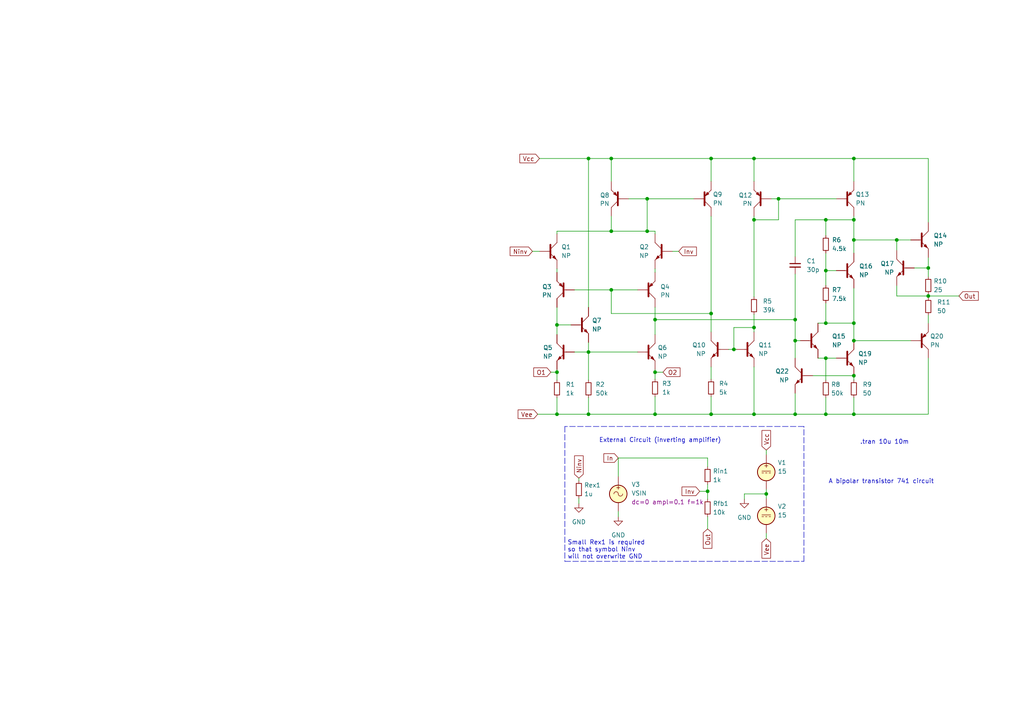
<source format=kicad_sch>
(kicad_sch (version 20231120) (generator "eeschema") (generator_version "8.0")
  (paper "A4")
  (title_block (title "A bipolar transistor 741 circuit") (date "2023-01-04") (comment 1 "Source: https://es.wikipedia.org/wiki/Amplificador_operacional#"))
  (lib_symbols
    (symbol "Device:C_Small" (pin_numbers hide) (pin_names (offset 0.254) hide)
      (property "Reference" "C" (at 0.254 1.778 0))
      (property "Value" "C_Small" (at 0.254 -2.032 0))
      (symbol "C_Small_0_1"
        (polyline (pts (xy -1.524 -0.508) (xy 1.524 -0.508)) (stroke (width 0.3302)))
        (polyline (pts (xy -1.524 0.508) (xy 1.524 0.508)) (stroke (width 0.3048)))
      )
      (symbol "C_Small_1_1"
        (pin passive line (at 0 2.54 270) (length 2.032) (name "~") (number "1"))
        (pin passive line (at 0 -2.54 90) (length 2.032) (name "~") (number "2"))
      )
    )
    (symbol "Device:R_Small" (pin_numbers hide) (pin_names (offset 0.254) hide)
      (property "Reference" "R" (at 0.762 0.508 0))
      (property "Value" "R_Small" (at 0.762 -1.016 0))
      (symbol "R_Small_0_1"
        (rectangle (start -0.762 1.778) (end 0.762 -1.778) (stroke (width 0.2032)))
      )
      (symbol "R_Small_1_1"
        (pin passive line (at 0 2.54 270) (length 0.762) (name "~") (number "1"))
        (pin passive line (at 0 -2.54 90) (length 0.762) (name "~") (number "2"))
      )
    )
    (symbol "Simulation_SPICE:VDC" (pin_numbers hide) (pin_names (offset 0.0254))
      (property "Reference" "V" (at 2.54 2.54 0))
      (property "Value" "VDC" (at 2.54 0 0))
      (property "Spice_Model" "dc(1)" (at 2.54 -2.54 0))
      (symbol "VDC_0_0"
        (polyline (pts (xy -1.27 0.254) (xy 1.27 0.254)))
        (polyline (pts (xy -0.762 -0.254) (xy -1.27 -0.254)))
        (polyline (pts (xy 0.254 -0.254) (xy -0.254 -0.254)))
        (polyline (pts (xy 1.27 -0.254) (xy 0.762 -0.254)))
        (text "+" (at 0 1.905 0) (effects (font (size 1.27 1.27))))
      )
      (symbol "VDC_0_1"
        (circle (center 0 0) (radius 2.54) (stroke (width 0.254)) (fill (type background)))
      )
      (symbol "VDC_1_1"
        (pin passive line (at 0 5.08 270) (length 2.54) (name "~") (number "1"))
        (pin passive line (at 0 -5.08 90) (length 2.54) (name "~") (number "2"))
      )
    )
    (symbol "Simulation_SPICE:VSIN" (pin_numbers hide) (pin_names (offset 0.0254))
      (property "Reference" "V" (at 2.54 2.54 0))
      (property "Value" "VSIN" (at 2.54 0 0))
      (property "Spice_Model" "sin(0 1 1k)" (at 2.54 -2.54 0))
      (symbol "VSIN_0_0"
        (arc (start 0 0) (mid -0.635 0.6323) (end -1.27 0))
        (arc (start 0 0) (mid 0.635 -0.6323) (end 1.27 0))
        (text "+" (at 0 1.905 0) (effects (font (size 1.27 1.27))))
      )
      (symbol "VSIN_0_1"
        (circle (center 0 0) (radius 2.54) (stroke (width 0.254)) (fill (type background)))
      )
      (symbol "VSIN_1_1"
        (pin passive line (at 0 5.08 270) (length 2.54) (name "~") (number "1"))
        (pin passive line (at 0 -5.08 90) (length 2.54) (name "~") (number "2"))
      )
    )
    (symbol "Transistor_BJT:BCV61" (pin_numbers hide) (pin_names (offset 0) hide)
      (property "Reference" "Q?" (at 6.096 1.6511 0))
      (property "Value" "NP" (at 6.096 -0.8889 0))
      (symbol "BCV61_0_1"
        (polyline (pts (xy 2.54 0) (xy 3.302 0)) (stroke (width 0.1524)))
        (polyline (pts (xy 5.08 -2.54) (xy 3.175 -0.635)))
        (polyline (pts (xy 5.08 2.54) (xy 3.175 0.635)))
        (polyline (pts (xy 3.175 -1.905) (xy 3.175 1.905) (xy 3.175 1.905)) (stroke (width 0.508)) (fill (type outline)))
        (polyline (pts (xy 3.81 -1.778) (xy 4.318 -1.27) (xy 4.826 -2.286) (xy 3.81 -1.778) (xy 3.81 -1.778)) (fill (type outline)))
      )
      (symbol "BCV61_1_1"
        (pin passive line (at 5.08 5.08 270) (length 2.54) (name "C") (number "1"))
        (pin passive line (at 0 0 0) (length 2.54) (name "B") (number "2"))
        (pin passive line (at 5.08 -5.08 90) (length 2.54) (name "E") (number "3"))
      )
    )
    (symbol "Transistor_BJT:BCV62" (pin_numbers hide) (pin_names (offset 0) hide)
      (property "Reference" "Q?" (at 6.604 0.8891 0))
      (property "Value" "PN" (at 6.604 -1.6509 0))
      (symbol "BCV62_0_0"
        (pin passive line (at 0 0 0) (length 2.54) (name "B") (number "2"))
      )
      (symbol "BCV62_0_1"
        (polyline (pts (xy 2.54 0) (xy 3.048 0)) (stroke (width 0.1524)))
        (polyline (pts (xy 5.08 -2.54) (xy 3.175 -0.635)))
        (polyline (pts (xy 5.08 2.54) (xy 3.175 0.635)))
        (polyline (pts (xy 3.175 -1.905) (xy 3.175 1.905) (xy 3.175 1.905)) (stroke (width 0.508)) (fill (type outline)))
        (polyline (pts (xy 3.937 1.905) (xy 4.445 1.397) (xy 3.429 0.889) (xy 3.937 1.905) (xy 3.937 1.905)) (fill (type outline)))
      )
      (symbol "BCV62_1_1"
        (pin passive line (at 5.08 -5.08 90) (length 2.54) (name "C") (number "1"))
        (pin passive line (at 5.08 5.08 270) (length 2.54) (name "E") (number "3"))
      )
    )
    (symbol "power:GND" (power) (pin_names (offset 0))
      (property "Value" "GND" (at 0 -3.81 0))
      (symbol "GND_0_1"
        (polyline (pts (xy 0 0) (xy 0 -1.27) (xy 1.27 -1.27) (xy 0 -2.54) (xy -1.27 -1.27) (xy 0 -1.27)))
      )
      (symbol "GND_1_1"
        (pin power_in line (at 0 0 270) (length 0) hide (name "GND") (number "1"))
      )
    )
  )
  (junction (at 230.632 98.806))
  (junction (at 269.24 77.724))
  (junction (at 177.292 67.056))
  (junction (at 177.292 84.074))
  (junction (at 239.522 103.886))
  (junction (at 239.522 63.754))
  (junction (at 206.248 45.974))
  (junction (at 230.632 92.71))
  (junction (at 218.694 94.996))
  (junction (at 260.096 69.596))
  (junction (at 225.806 57.658))
  (junction (at 247.65 93.726))
  (junction (at 239.522 78.486))
  (junction (at 187.706 57.658))
  (junction (at 247.65 45.974))
  (junction (at 205.232 142.494))
  (junction (at 230.632 120.142))
  (junction (at 247.65 63.754))
  (junction (at 161.544 107.95))
  (junction (at 239.522 93.726))
  (junction (at 170.688 45.974))
  (junction (at 161.544 120.142))
  (junction (at 247.65 69.596))
  (junction (at 269.24 85.852))
  (junction (at 212.852 101.346))
  (junction (at 247.65 98.806))
  (junction (at 218.694 120.142))
  (junction (at 218.694 45.974))
  (junction (at 206.248 120.142))
  (junction (at 189.992 92.71))
  (junction (at 161.544 94.234))
  (junction (at 239.522 120.142))
  (junction (at 170.688 102.108))
  (junction (at 218.694 63.754))
  (junction (at 189.992 120.142))
  (junction (at 247.65 108.966))
  (junction (at 247.65 120.142))
  (junction (at 206.248 90.932))
  (junction (at 170.688 120.142))
  (junction (at 222.25 143.256))
  (junction (at 187.706 67.056))
  (junction (at 177.292 45.974))
  (junction (at 189.992 107.95))
  (wire (pts (xy 179.324 138.176) (xy 179.324 132.842)))
  (wire (pts (xy 218.694 62.738) (xy 218.694 63.754)))
  (wire (pts (xy 230.632 74.422) (xy 230.632 63.754)))
  (wire (pts (xy 218.694 120.142) (xy 218.694 106.426)))
  (wire (pts (xy 170.688 89.154) (xy 170.688 45.974)))
  (wire (pts (xy 189.992 89.154) (xy 189.992 92.71)))
  (wire (pts (xy 269.24 45.974) (xy 269.24 64.516)))
  (wire (pts (xy 170.688 99.314) (xy 170.688 102.108)))
  (wire (pts (xy 230.632 120.142) (xy 218.694 120.142)))
  (wire (pts (xy 156.464 45.974) (xy 170.688 45.974)))
  (wire (pts (xy 247.65 62.738) (xy 247.65 63.754)))
  (wire (pts (xy 218.694 45.974) (xy 247.65 45.974)))
  (wire (pts (xy 187.706 67.056) (xy 189.992 67.056)))
  (wire (pts (xy 192.278 107.95) (xy 189.992 107.95)))
  (polyline (pts (xy 233.172 123.698) (xy 163.83 123.698)) (stroke (width 0) (type dash)))
  (wire (pts (xy 269.24 85.852) (xy 269.24 86.36)))
  (wire (pts (xy 195.072 72.898) (xy 196.85 72.898)))
  (wire (pts (xy 189.992 120.142) (xy 206.248 120.142)))
  (wire (pts (xy 206.248 45.974) (xy 218.694 45.974)))
  (wire (pts (xy 222.25 143.256) (xy 215.9 143.256)))
  (wire (pts (xy 189.992 67.056) (xy 189.992 67.818)))
  (wire (pts (xy 167.894 144.526) (xy 167.894 146.05)))
  (wire (pts (xy 177.292 90.932) (xy 206.248 90.932)))
  (wire (pts (xy 161.544 107.188) (xy 161.544 107.95)))
  (wire (pts (xy 166.624 84.074) (xy 177.292 84.074)))
  (wire (pts (xy 177.292 62.738) (xy 177.292 67.056)))
  (wire (pts (xy 170.688 102.108) (xy 184.912 102.108)))
  (wire (pts (xy 170.688 102.108) (xy 170.688 110.236)))
  (wire (pts (xy 222.25 143.256) (xy 222.25 144.526)))
  (wire (pts (xy 247.65 83.566) (xy 247.65 93.726)))
  (wire (pts (xy 206.248 45.974) (xy 206.248 52.578)))
  (wire (pts (xy 222.25 141.986) (xy 222.25 143.256)))
  (wire (pts (xy 247.65 69.596) (xy 247.65 73.406)))
  (wire (pts (xy 239.522 103.886) (xy 239.522 110.236)))
  (wire (pts (xy 260.096 69.596) (xy 260.096 72.644)))
  (wire (pts (xy 161.544 67.056) (xy 161.544 67.818)))
  (wire (pts (xy 225.806 63.754) (xy 218.694 63.754)))
  (wire (pts (xy 269.24 103.886) (xy 269.24 120.142)))
  (wire (pts (xy 206.248 115.062) (xy 206.248 120.142)))
  (wire (pts (xy 230.632 63.754) (xy 239.522 63.754)))
  (wire (pts (xy 187.706 57.658) (xy 187.706 67.056)))
  (wire (pts (xy 247.65 98.806) (xy 264.16 98.806)))
  (wire (pts (xy 189.992 120.142) (xy 189.992 115.062)))
  (wire (pts (xy 154.432 72.898) (xy 156.464 72.898)))
  (wire (pts (xy 177.292 84.074) (xy 184.912 84.074)))
  (wire (pts (xy 239.522 103.886) (xy 242.57 103.886)))
  (wire (pts (xy 182.372 57.658) (xy 187.706 57.658)))
  (wire (pts (xy 222.25 154.686) (xy 222.25 156.21)))
  (wire (pts (xy 187.706 57.658) (xy 201.168 57.658)))
  (wire (pts (xy 239.522 87.884) (xy 239.522 93.726)))
  (wire (pts (xy 218.694 63.754) (xy 218.694 86.106)))
  (wire (pts (xy 235.712 108.966) (xy 247.65 108.966)))
  (wire (pts (xy 269.24 77.724) (xy 265.176 77.724)))
  (wire (pts (xy 269.24 85.852) (xy 278.13 85.852)))
  (wire (pts (xy 189.992 77.978) (xy 189.992 78.994)))
  (wire (pts (xy 161.544 94.234) (xy 165.608 94.234)))
  (wire (pts (xy 239.522 103.886) (xy 237.236 103.886)))
  (wire (pts (xy 260.096 69.596) (xy 264.16 69.596)))
  (wire (pts (xy 177.292 45.974) (xy 206.248 45.974)))
  (polyline (pts (xy 233.172 162.814) (xy 233.172 123.698)) (stroke (width 0) (type dash)))
  (wire (pts (xy 230.632 98.806) (xy 232.156 98.806)))
  (wire (pts (xy 177.292 67.056) (xy 187.706 67.056)))
  (wire (pts (xy 161.544 89.154) (xy 161.544 94.234)))
  (wire (pts (xy 179.324 132.842) (xy 205.232 132.842)))
  (wire (pts (xy 205.232 140.462) (xy 205.232 142.494)))
  (wire (pts (xy 155.956 120.142) (xy 161.544 120.142)))
  (wire (pts (xy 230.632 103.886) (xy 230.632 98.806)))
  (wire (pts (xy 239.522 93.726) (xy 247.65 93.726)))
  (wire (pts (xy 239.522 63.754) (xy 247.65 63.754)))
  (wire (pts (xy 166.624 102.108) (xy 170.688 102.108)))
  (wire (pts (xy 269.24 85.852) (xy 260.096 85.852)))
  (wire (pts (xy 206.248 90.932) (xy 206.248 96.266)))
  (wire (pts (xy 170.688 45.974) (xy 177.292 45.974)))
  (wire (pts (xy 205.232 132.842) (xy 205.232 135.382)))
  (wire (pts (xy 161.544 115.316) (xy 161.544 120.142)))
  (wire (pts (xy 269.24 120.142) (xy 247.65 120.142)))
  (wire (pts (xy 247.65 93.726) (xy 247.65 98.806)))
  (wire (pts (xy 269.24 77.724) (xy 269.24 80.264)))
  (wire (pts (xy 161.544 107.95) (xy 161.544 110.236)))
  (wire (pts (xy 260.096 85.852) (xy 260.096 82.804)))
  (wire (pts (xy 239.522 78.486) (xy 242.57 78.486)))
  (wire (pts (xy 247.65 115.316) (xy 247.65 120.142)))
  (wire (pts (xy 202.946 142.494) (xy 205.232 142.494)))
  (wire (pts (xy 218.694 94.996) (xy 218.694 96.266)))
  (wire (pts (xy 167.894 138.684) (xy 167.894 139.446)))
  (wire (pts (xy 239.522 93.726) (xy 237.236 93.726)))
  (wire (pts (xy 223.774 57.658) (xy 225.806 57.658)))
  (wire (pts (xy 247.65 45.974) (xy 269.24 45.974)))
  (wire (pts (xy 206.248 120.142) (xy 218.694 120.142)))
  (wire (pts (xy 247.65 45.974) (xy 247.65 52.578)))
  (wire (pts (xy 247.65 69.596) (xy 260.096 69.596)))
  (wire (pts (xy 269.24 85.344) (xy 269.24 85.852)))
  (wire (pts (xy 161.544 94.234) (xy 161.544 97.028)))
  (wire (pts (xy 206.248 90.932) (xy 206.248 62.738)))
  (polyline (pts (xy 163.83 123.698) (xy 163.83 162.814)) (stroke (width 0) (type dash)))
  (wire (pts (xy 189.992 107.95) (xy 189.992 109.982)))
  (wire (pts (xy 177.292 45.974) (xy 177.292 52.578)))
  (wire (pts (xy 170.688 120.142) (xy 170.688 115.316)))
  (wire (pts (xy 225.806 57.658) (xy 242.57 57.658)))
  (wire (pts (xy 247.65 108.966) (xy 247.65 110.236)))
  (wire (pts (xy 205.232 142.494) (xy 205.232 144.78)))
  (wire (pts (xy 218.694 52.578) (xy 218.694 45.974)))
  (wire (pts (xy 247.65 63.754) (xy 247.65 69.596)))
  (wire (pts (xy 161.544 77.978) (xy 161.544 78.994)))
  (wire (pts (xy 239.522 73.406) (xy 239.522 78.486)))
  (wire (pts (xy 161.544 67.056) (xy 177.292 67.056)))
  (wire (pts (xy 230.632 120.142) (xy 239.522 120.142)))
  (wire (pts (xy 269.24 91.44) (xy 269.24 93.726)))
  (wire (pts (xy 212.852 94.996) (xy 218.694 94.996)))
  (wire (pts (xy 189.992 107.188) (xy 189.992 107.95)))
  (wire (pts (xy 205.232 149.86) (xy 205.232 153.416)))
  (wire (pts (xy 177.292 84.074) (xy 177.292 90.932)))
  (wire (pts (xy 206.248 106.426) (xy 206.248 109.982)))
  (wire (pts (xy 161.544 120.142) (xy 170.688 120.142)))
  (wire (pts (xy 170.688 120.142) (xy 189.992 120.142)))
  (wire (pts (xy 230.632 79.502) (xy 230.632 92.71)))
  (wire (pts (xy 269.24 74.676) (xy 269.24 77.724)))
  (wire (pts (xy 189.992 92.71) (xy 230.632 92.71)))
  (wire (pts (xy 189.992 92.71) (xy 189.992 97.028)))
  (wire (pts (xy 230.632 114.046) (xy 230.632 120.142)))
  (wire (pts (xy 239.522 78.486) (xy 239.522 82.804)))
  (wire (pts (xy 212.852 101.346) (xy 213.614 101.346)))
  (wire (pts (xy 179.324 148.336) (xy 179.324 149.86)))
  (wire (pts (xy 239.522 63.754) (xy 239.522 68.326)))
  (wire (pts (xy 230.632 92.71) (xy 230.632 98.806)))
  (wire (pts (xy 239.522 115.316) (xy 239.522 120.142)))
  (wire (pts (xy 225.806 57.658) (xy 225.806 63.754)))
  (wire (pts (xy 215.9 143.256) (xy 215.9 144.78)))
  (wire (pts (xy 212.852 101.346) (xy 212.852 94.996)))
  (polyline (pts (xy 163.83 162.814) (xy 233.172 162.814)) (stroke (width 0) (type dash)))
  (wire (pts (xy 239.522 120.142) (xy 247.65 120.142)))
  (wire (pts (xy 218.694 91.186) (xy 218.694 94.996)))
  (wire (pts (xy 222.25 130.556) (xy 222.25 131.826)))
  (wire (pts (xy 159.766 107.95) (xy 161.544 107.95)))
  (wire (pts (xy 211.328 101.346) (xy 212.852 101.346)))
  (text "A bipolar transistor 741 circuit" (at 240.284 140.462 0) (effects (font (size 1.27 1.27)) (justify left bottom)))
  (text "Small Rex1 is required\nso that symbol Ninv\nwill not overwrite GND" (at 164.592 162.306 0) (effects (font (size 1.27 1.27)) (justify left bottom)))
  (text "External Circuit (inverting amplifier)" (at 173.736 128.524 0) (effects (font (size 1.27 1.27)) (justify left bottom)))
  (text ".tran 10u 10m" (at 249.428 129.032 0) (effects (font (size 1.27 1.27)) (justify left bottom)))
  (global_label "Vcc" (shape input) (at 222.25 130.556 90) (property "Intersheetrefs" "${INTERSHEET_REFS}" (effects (hide yes))))
  (global_label "O2" (shape input) (at 192.278 107.95 0) (property "Intersheetrefs" "${INTERSHEET_REFS}" (effects (hide yes))))
  (global_label "Vcc" (shape input) (at 156.464 45.974 180) (property "Intersheetrefs" "${INTERSHEET_REFS}" (effects (hide yes))))
  (global_label "Ninv" (shape input) (at 154.432 72.898 180) (property "Intersheetrefs" "${INTERSHEET_REFS}" (effects (hide yes))))
  (global_label "Vee" (shape input) (at 222.25 156.21 270) (property "Intersheetrefs" "${INTERSHEET_REFS}" (effects (hide yes))))
  (global_label "In" (shape input) (at 179.324 132.842 180) (property "Intersheetrefs" "${INTERSHEET_REFS}" (effects (hide yes))))
  (global_label "Out" (shape input) (at 205.232 153.416 270) (property "Intersheetrefs" "${INTERSHEET_REFS}" (effects (hide yes))))
  (global_label "Vee" (shape input) (at 155.956 120.142 180) (property "Intersheetrefs" "${INTERSHEET_REFS}" (effects (hide yes))))
  (global_label "Inv" (shape input) (at 202.946 142.494 180) (property "Intersheetrefs" "${INTERSHEET_REFS}" (effects (hide yes))))
  (global_label "O1" (shape input) (at 159.766 107.95 180) (property "Intersheetrefs" "${INTERSHEET_REFS}" (effects (hide yes))))
  (global_label "Ninv" (shape input) (at 167.894 138.684 90) (property "Intersheetrefs" "${INTERSHEET_REFS}" (effects (hide yes))))
  (global_label "Inv" (shape input) (at 196.85 72.898 0) (property "Intersheetrefs" "${INTERSHEET_REFS}" (effects (hide yes))))
  (global_label "Out" (shape input) (at 278.13 85.852 0) (property "Intersheetrefs" "${INTERSHEET_REFS}" (effects (hide yes))))
  (symbol (lib_id "Device:C_Small") (at 230.632 76.962 0) (unit 1)
    (property "Reference" "C1" (at 233.934 75.6982 0) (effects (justify left)))
    (property "Value" "30p" (at 233.934 78.2382 0) (effects (justify left)))
  )
  (symbol (lib_id "Transistor_BJT:BCV62") (at 182.372 57.658 0) (mirror y) (unit 1)
    (property "Reference" "Q8" (at 176.784 56.642 0) (effects (justify left)))
    (property "Value" "PN" (at 176.784 59.0551 0) (effects (justify left)))
    (property "Sim.Library" "bipmod.lib" (effects (hide yes)))
    (property "Sim.Name" "PN" (effects (hide yes)))
    (property "Sim.Pins" "1=1 2=2 3=3" (effects (hide yes)))
  )
  (symbol (lib_id "Transistor_BJT:BCV61") (at 165.608 94.234 0) (unit 1)
    (property "Reference" "Q7" (at 171.704 92.9639 0) (effects (justify left)))
    (property "Value" "NP" (at 171.704 95.5039 0) (effects (justify left)))
    (property "Sim.Library" "bipmod.lib" (effects (hide yes)))
    (property "Sim.Name" "NP" (effects (hide yes)))
    (property "Sim.Pins" "1=C 2=B 3=E" (effects (hide yes)))
  )
  (symbol (lib_id "Transistor_BJT:BCV61") (at 235.712 108.966 0) (mirror y) (unit 1)
    (property "Reference" "Q22" (at 228.854 107.6959 0) (effects (justify left)))
    (property "Value" "NP" (at 228.854 110.2359 0) (effects (justify left)))
    (property "Sim.Library" "bipmod.lib" (effects (hide yes)))
    (property "Sim.Name" "NP" (effects (hide yes)))
    (property "Sim.Pins" "1=C 2=B 3=E" (effects (hide yes)))
  )
  (symbol (lib_id "Transistor_BJT:BCV61") (at 242.57 78.486 0) (unit 1)
    (property "Reference" "Q16" (at 249.174 77.2159 0) (effects (justify left)))
    (property "Value" "NP" (at 249.174 79.7559 0) (effects (justify left)))
    (property "Sim.Library" "bipmod.lib" (effects (hide yes)))
    (property "Sim.Name" "NP" (effects (hide yes)))
    (property "Sim.Pins" "1=C 2=B 3=E" (effects (hide yes)))
  )
  (symbol (lib_id "Simulation_SPICE:VSIN") (at 179.324 143.256 0) (unit 1)
    (property "Reference" "V3" (at 183.134 140.5261 0) (effects (justify left)))
    (property "Value" "VSIN" (at 183.134 143.0661 0) (effects (justify left)))
    (property "Sim.Device" "V" (effects (hide yes)))
    (property "Sim.Type" "SIN" (effects (hide yes)))
    (property "Sim.Params" "dc=0 ampl=0.1 f=1k" (at 183.134 145.6061 0) (effects (justify left)))
    (property "Sim.Pins" "1=+ 2=-" (effects (hide yes)))
  )
  (symbol (lib_id "Transistor_BJT:BCV62") (at 184.912 84.074 0) (unit 1)
    (property "Reference" "Q4" (at 191.516 83.1849 0) (effects (justify left)))
    (property "Value" "PN" (at 191.516 85.598 0) (effects (justify left)))
    (property "Sim.Library" "bipmod.lib" (effects (hide yes)))
    (property "Sim.Name" "PN" (effects (hide yes)))
    (property "Sim.Pins" "1=1 2=2 3=3" (effects (hide yes)))
  )
  (symbol (lib_id "Transistor_BJT:BCV61") (at 242.57 103.886 0) (unit 1)
    (property "Reference" "Q19" (at 248.92 102.6159 0) (effects (justify left)))
    (property "Value" "NP" (at 248.92 105.1559 0) (effects (justify left)))
    (property "Sim.Library" "bipmod.lib" (effects (hide yes)))
    (property "Sim.Name" "NP" (effects (hide yes)))
    (property "Sim.Pins" "1=C 2=B 3=E" (effects (hide yes)))
  )
  (symbol (lib_id "power:GND") (at 167.894 146.05 0) (unit 1)
    (property "Reference" "#PWR?" (effects (hide yes)))
    (property "Value" "GND" (at 167.894 151.384 0))
  )
  (symbol (lib_id "Transistor_BJT:BCV62") (at 264.16 98.806 0) (unit 1)
    (property "Reference" "Q20" (at 269.748 97.536 0) (effects (justify left)))
    (property "Value" "PN" (at 269.748 100.076 0) (effects (justify left)))
    (property "Sim.Library" "bipmod.lib" (effects (hide yes)))
    (property "Sim.Name" "PN" (effects (hide yes)))
    (property "Sim.Pins" "1=1 2=2 3=3" (effects (hide yes)))
  )
  (symbol (lib_id "Transistor_BJT:BCV61") (at 156.464 72.898 0) (unit 1)
    (property "Reference" "Q1" (at 162.814 71.6279 0) (effects (justify left)))
    (property "Value" "NP" (at 162.814 74.1679 0) (effects (justify left)))
    (property "Sim.Library" "bipmod.lib" (effects (hide yes)))
    (property "Sim.Name" "NP" (effects (hide yes)))
    (property "Sim.Pins" "1=C 2=B 3=E" (effects (hide yes)))
  )
  (symbol (lib_id "Device:R_Small") (at 167.894 141.986 0) (unit 1)
    (property "Reference" "Rex1" (at 169.418 140.716 0) (effects (justify left)))
    (property "Value" "1u" (at 169.418 143.256 0) (effects (justify left)))
  )
  (symbol (lib_id "Device:R_Small") (at 170.688 112.776 0) (unit 1)
    (property "Reference" "R2" (at 172.72 111.5059 0) (effects (justify left)))
    (property "Value" "50k" (at 172.72 114.0459 0) (effects (justify left)))
  )
  (symbol (lib_id "Device:R_Small") (at 239.522 112.776 0) (unit 1)
    (property "Reference" "R8" (at 241.046 111.506 0) (effects (justify left)))
    (property "Value" "50k" (at 241.046 114.046 0) (effects (justify left)))
  )
  (symbol (lib_id "Transistor_BJT:BCV61") (at 265.176 77.724 0) (mirror y) (unit 1)
    (property "Reference" "Q17" (at 259.334 76.4539 0) (effects (justify left)))
    (property "Value" "NP" (at 259.334 78.9939 0) (effects (justify left)))
    (property "Sim.Library" "bipmod.lib" (effects (hide yes)))
    (property "Sim.Name" "NP" (effects (hide yes)))
    (property "Sim.Pins" "1=C 2=B 3=E" (effects (hide yes)))
  )
  (symbol (lib_id "Transistor_BJT:BCV62") (at 223.774 57.658 0) (mirror y) (unit 1)
    (property "Reference" "Q12" (at 218.186 56.642 0) (effects (justify left)))
    (property "Value" "PN" (at 218.186 59.0551 0) (effects (justify left)))
    (property "Sim.Library" "bipmod.lib" (effects (hide yes)))
    (property "Sim.Name" "PN" (effects (hide yes)))
    (property "Sim.Pins" "1=1 2=2 3=3" (effects (hide yes)))
  )
  (symbol (lib_id "Transistor_BJT:BCV61") (at 232.156 98.806 0) (unit 1)
    (property "Reference" "Q15" (at 241.3 97.5359 0) (effects (justify left)))
    (property "Value" "NP" (at 241.3 100.0759 0) (effects (justify left)))
    (property "Sim.Library" "bipmod.lib" (effects (hide yes)))
    (property "Sim.Name" "NP" (effects (hide yes)))
    (property "Sim.Pins" "1=C 2=B 3=E" (effects (hide yes)))
  )
  (symbol (lib_id "Device:R_Small") (at 269.24 82.804 0) (unit 1)
    (property "Reference" "R10" (at 270.764 81.5339 0) (effects (justify left)))
    (property "Value" "25" (at 270.764 84.0739 0) (effects (justify left)))
  )
  (symbol (lib_id "Transistor_BJT:BCV61") (at 195.072 72.898 0) (mirror y) (unit 1)
    (property "Reference" "Q2" (at 188.214 71.6279 0) (effects (justify left)))
    (property "Value" "NP" (at 188.214 74.1679 0) (effects (justify left)))
    (property "Sim.Library" "bipmod.lib" (effects (hide yes)))
    (property "Sim.Name" "NP" (effects (hide yes)))
    (property "Sim.Pins" "1=C 2=B 3=E" (effects (hide yes)))
  )
  (symbol (lib_id "Device:R_Small") (at 239.522 85.344 0) (unit 1)
    (property "Reference" "R7" (at 241.3 84.074 0) (effects (justify left)))
    (property "Value" "7.5k" (at 241.3 86.614 0) (effects (justify left)))
  )
  (symbol (lib_id "Device:R_Small") (at 218.694 88.646 0) (unit 1)
    (property "Reference" "R5" (at 221.234 87.3759 0) (effects (justify left)))
    (property "Value" "39k" (at 221.234 89.9159 0) (effects (justify left)))
  )
  (symbol (lib_id "power:GND") (at 215.9 144.78 0) (unit 1)
    (property "Reference" "#PWR?" (effects (hide yes)))
    (property "Value" "GND" (at 215.9 150.114 0))
  )
  (symbol (lib_id "Device:R_Small") (at 205.232 137.922 0) (unit 1)
    (property "Reference" "Rin1" (at 206.756 136.652 0) (effects (justify left)))
    (property "Value" "1k" (at 206.756 139.192 0) (effects (justify left)))
  )
  (symbol (lib_id "Device:R_Small") (at 247.65 112.776 0) (unit 1)
    (property "Reference" "R9" (at 250.19 111.5059 0) (effects (justify left)))
    (property "Value" "50" (at 250.19 114.0459 0) (effects (justify left)))
  )
  (symbol (lib_id "Simulation_SPICE:VDC") (at 222.25 149.606 0) (unit 1)
    (property "Reference" "V2" (at 225.552 146.8761 0) (effects (justify left)))
    (property "Value" "15" (at 225.552 149.4161 0) (effects (justify left)))
    (property "Sim.Device" "V" (effects (hide yes)))
    (property "Sim.Type" "DC" (effects (hide yes)))
    (property "Sim.Pins" "1=+ 2=-" (effects (hide yes)))
  )
  (symbol (lib_id "Device:R_Small") (at 205.232 147.32 0) (unit 1)
    (property "Reference" "Rfb1" (at 206.756 146.05 0) (effects (justify left)))
    (property "Value" "10k" (at 206.756 148.59 0) (effects (justify left)))
  )
  (symbol (lib_id "Transistor_BJT:BCV62") (at 166.624 84.074 0) (mirror y) (unit 1)
    (property "Reference" "Q3" (at 160.02 83.1849 0) (effects (justify left)))
    (property "Value" "PN" (at 160.02 85.598 0) (effects (justify left)))
    (property "Sim.Library" "bipmod.lib" (effects (hide yes)))
    (property "Sim.Name" "PN" (effects (hide yes)))
    (property "Sim.Pins" "1=1 2=2 3=3" (effects (hide yes)))
  )
  (symbol (lib_id "Simulation_SPICE:VDC") (at 222.25 136.906 0) (unit 1)
    (property "Reference" "V1" (at 225.552 134.1761 0) (effects (justify left)))
    (property "Value" "15" (at 225.552 136.7161 0) (effects (justify left)))
    (property "Sim.Device" "V" (effects (hide yes)))
    (property "Sim.Type" "DC" (effects (hide yes)))
    (property "Sim.Pins" "1=+ 2=-" (effects (hide yes)))
  )
  (symbol (lib_id "Device:R_Small") (at 189.992 112.522 0) (unit 1)
    (property "Reference" "R3" (at 192.024 111.2519 0) (effects (justify left)))
    (property "Value" "1k" (at 192.024 113.7919 0) (effects (justify left)))
  )
  (symbol (lib_id "Transistor_BJT:BCV61") (at 213.614 101.346 0) (unit 1)
    (property "Reference" "Q11" (at 219.964 100.0759 0) (effects (justify left)))
    (property "Value" "NP" (at 219.964 102.6159 0) (effects (justify left)))
    (property "Sim.Library" "bipmod.lib" (effects (hide yes)))
    (property "Sim.Name" "NP" (effects (hide yes)))
    (property "Sim.Pins" "1=C 2=B 3=E" (effects (hide yes)))
  )
  (symbol (lib_id "Device:R_Small") (at 239.522 70.866 0) (unit 1)
    (property "Reference" "R6" (at 241.3 69.596 0) (effects (justify left)))
    (property "Value" "4.5k" (at 241.3 72.136 0) (effects (justify left)))
  )
  (symbol (lib_id "Transistor_BJT:BCV61") (at 264.16 69.596 0) (unit 1)
    (property "Reference" "Q14" (at 270.764 68.3259 0) (effects (justify left)))
    (property "Value" "NP" (at 270.764 70.8659 0) (effects (justify left)))
    (property "Sim.Library" "bipmod.lib" (effects (hide yes)))
    (property "Sim.Name" "NP" (effects (hide yes)))
    (property "Sim.Pins" "1=C 2=B 3=E" (effects (hide yes)))
  )
  (symbol (lib_id "Device:R_Small") (at 269.24 88.9 0) (unit 1)
    (property "Reference" "R11" (at 271.78 87.6299 0) (effects (justify left)))
    (property "Value" "50" (at 271.78 90.1699 0) (effects (justify left)))
  )
  (symbol (lib_id "Device:R_Small") (at 161.544 112.776 0) (unit 1)
    (property "Reference" "R1" (at 164.084 111.5059 0) (effects (justify left)))
    (property "Value" "1k" (at 164.084 114.0459 0) (effects (justify left)))
  )
  (symbol (lib_id "Transistor_BJT:BCV61") (at 166.624 102.108 0) (mirror y) (unit 1)
    (property "Reference" "Q5" (at 160.274 100.8379 0) (effects (justify left)))
    (property "Value" "NP" (at 160.274 103.3779 0) (effects (justify left)))
    (property "Sim.Library" "bipmod.lib" (effects (hide yes)))
    (property "Sim.Name" "NP" (effects (hide yes)))
    (property "Sim.Pins" "1=C 2=B 3=E" (effects (hide yes)))
  )
  (symbol (lib_id "Device:R_Small") (at 206.248 112.522 0) (unit 1)
    (property "Reference" "R4" (at 208.534 111.2519 0) (effects (justify left)))
    (property "Value" "5k" (at 208.534 113.7919 0) (effects (justify left)))
  )
  (symbol (lib_id "Transistor_BJT:BCV61") (at 184.912 102.108 0) (unit 1)
    (property "Reference" "Q6" (at 190.754 100.8379 0) (effects (justify left)))
    (property "Value" "NP" (at 190.754 103.3779 0) (effects (justify left)))
    (property "Sim.Library" "bipmod.lib" (effects (hide yes)))
    (property "Sim.Name" "NP" (effects (hide yes)))
    (property "Sim.Pins" "1=C 2=B 3=E" (effects (hide yes)))
  )
  (symbol (lib_id "Transistor_BJT:BCV61") (at 211.328 101.346 0) (mirror y) (unit 1)
    (property "Reference" "Q10" (at 204.724 100.0759 0) (effects (justify left)))
    (property "Value" "NP" (at 204.724 102.6159 0) (effects (justify left)))
    (property "Sim.Library" "bipmod.lib" (effects (hide yes)))
    (property "Sim.Name" "NP" (effects (hide yes)))
    (property "Sim.Pins" "1=C 2=B 3=E" (effects (hide yes)))
  )
  (symbol (lib_id "power:GND") (at 179.324 149.86 0) (unit 1)
    (property "Reference" "#PWR?" (effects (hide yes)))
    (property "Value" "GND" (at 179.324 155.194 0))
  )
  (symbol (lib_id "Transistor_BJT:BCV62") (at 242.57 57.658 0) (unit 1)
    (property "Reference" "Q13" (at 248.158 56.388 0) (effects (justify left)))
    (property "Value" "PN" (at 248.158 58.928 0) (effects (justify left)))
    (property "Sim.Library" "bipmod.lib" (effects (hide yes)))
    (property "Sim.Name" "PN" (effects (hide yes)))
    (property "Sim.Pins" "1=1 2=2 3=3" (effects (hide yes)))
  )
  (symbol (lib_id "Transistor_BJT:BCV62") (at 201.168 57.658 0) (unit 1)
    (property "Reference" "Q9" (at 206.756 56.388 0) (effects (justify left)))
    (property "Value" "PN" (at 206.756 58.928 0) (effects (justify left)))
    (property "Sim.Library" "bipmod.lib" (effects (hide yes)))
    (property "Sim.Name" "PN" (effects (hide yes)))
    (property "Sim.Pins" "1=1 2=2 3=3" (effects (hide yes)))
  )
)
</source>
